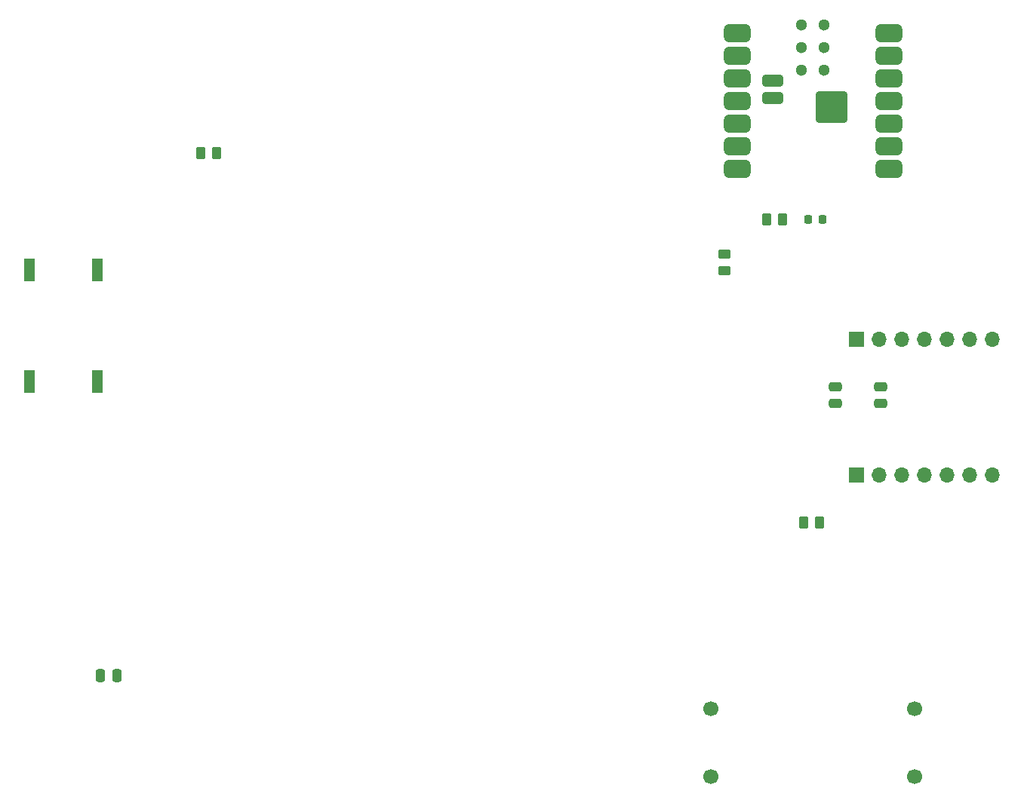
<source format=gbr>
%TF.GenerationSoftware,KiCad,Pcbnew,8.0.8*%
%TF.CreationDate,2025-02-26T13:49:19-08:00*%
%TF.ProjectId,pLUFsPCB,704c5546-7350-4434-922e-6b696361645f,1*%
%TF.SameCoordinates,Original*%
%TF.FileFunction,Soldermask,Top*%
%TF.FilePolarity,Negative*%
%FSLAX46Y46*%
G04 Gerber Fmt 4.6, Leading zero omitted, Abs format (unit mm)*
G04 Created by KiCad (PCBNEW 8.0.8) date 2025-02-26 13:49:19*
%MOMM*%
%LPD*%
G01*
G04 APERTURE LIST*
G04 Aperture macros list*
%AMRoundRect*
0 Rectangle with rounded corners*
0 $1 Rounding radius*
0 $2 $3 $4 $5 $6 $7 $8 $9 X,Y pos of 4 corners*
0 Add a 4 corners polygon primitive as box body*
4,1,4,$2,$3,$4,$5,$6,$7,$8,$9,$2,$3,0*
0 Add four circle primitives for the rounded corners*
1,1,$1+$1,$2,$3*
1,1,$1+$1,$4,$5*
1,1,$1+$1,$6,$7*
1,1,$1+$1,$8,$9*
0 Add four rect primitives between the rounded corners*
20,1,$1+$1,$2,$3,$4,$5,0*
20,1,$1+$1,$4,$5,$6,$7,0*
20,1,$1+$1,$6,$7,$8,$9,0*
20,1,$1+$1,$8,$9,$2,$3,0*%
G04 Aperture macros list end*
%ADD10RoundRect,0.250000X0.450000X-0.262500X0.450000X0.262500X-0.450000X0.262500X-0.450000X-0.262500X0*%
%ADD11R,1.200000X2.500000*%
%ADD12RoundRect,0.250000X-0.475000X0.250000X-0.475000X-0.250000X0.475000X-0.250000X0.475000X0.250000X0*%
%ADD13RoundRect,0.250000X-0.262500X-0.450000X0.262500X-0.450000X0.262500X0.450000X-0.262500X0.450000X0*%
%ADD14C,1.700000*%
%ADD15RoundRect,0.218750X-0.218750X-0.256250X0.218750X-0.256250X0.218750X0.256250X-0.218750X0.256250X0*%
%ADD16RoundRect,0.500000X-1.000000X-0.500000X1.000000X-0.500000X1.000000X0.500000X-1.000000X0.500000X0*%
%ADD17RoundRect,0.250000X-1.500000X-1.500000X1.500000X-1.500000X1.500000X1.500000X-1.500000X1.500000X0*%
%ADD18RoundRect,0.250000X-0.900000X-0.400000X0.900000X-0.400000X0.900000X0.400000X-0.900000X0.400000X0*%
%ADD19C,1.300000*%
%ADD20RoundRect,0.250000X-0.250000X-0.475000X0.250000X-0.475000X0.250000X0.475000X-0.250000X0.475000X0*%
%ADD21RoundRect,0.250000X0.262500X0.450000X-0.262500X0.450000X-0.262500X-0.450000X0.262500X-0.450000X0*%
%ADD22R,1.700000X1.700000*%
%ADD23O,1.700000X1.700000*%
G04 APERTURE END LIST*
D10*
%TO.C,R3*%
X102616000Y-75287500D03*
X102616000Y-77112500D03*
%TD*%
D11*
%TO.C,SW1*%
X24638000Y-77062000D03*
X24638000Y-89562000D03*
X32258000Y-77062000D03*
X32258000Y-89562000D03*
%TD*%
D12*
%TO.C,C2*%
X115062000Y-90170000D03*
X115062000Y-92070000D03*
%TD*%
D13*
%TO.C,R4*%
X111459000Y-105410000D03*
X113284000Y-105410000D03*
%TD*%
D14*
%TO.C,M1*%
X101045000Y-126290000D03*
X101045000Y-133910000D03*
X123905000Y-133910000D03*
X123905000Y-126290000D03*
%TD*%
D15*
%TO.C,D1*%
X113563500Y-71374000D03*
X111988500Y-71374000D03*
%TD*%
D12*
%TO.C,C3*%
X120142000Y-90170000D03*
X120142000Y-92070000D03*
%TD*%
D13*
%TO.C,R1*%
X43791500Y-63908000D03*
X45616500Y-63908000D03*
%TD*%
D16*
%TO.C,U1*%
X104025000Y-50505000D03*
X104025000Y-53045000D03*
X104025000Y-55585000D03*
X104025000Y-58125000D03*
X104025000Y-60665000D03*
X104025000Y-63205000D03*
X104025000Y-65745000D03*
X121025000Y-65745000D03*
X121025000Y-63205000D03*
X121025000Y-60665000D03*
X121025000Y-58125000D03*
X121025000Y-55585000D03*
X121025000Y-53045000D03*
X121025000Y-50505000D03*
D17*
X114625000Y-58725000D03*
D18*
X108025000Y-57725000D03*
X108025000Y-55825000D03*
D19*
X111255000Y-49505000D03*
X111255000Y-52085000D03*
X111255000Y-54625000D03*
X113795000Y-54625000D03*
X113795000Y-52085000D03*
X113795000Y-49505000D03*
%TD*%
D20*
%TO.C,C1*%
X32526000Y-122584000D03*
X34426000Y-122584000D03*
%TD*%
D21*
%TO.C,R2*%
X107291500Y-71374000D03*
X109116500Y-71374000D03*
%TD*%
D22*
%TO.C,J1*%
X117370000Y-100086000D03*
D23*
X119910000Y-100086000D03*
X122450000Y-100086000D03*
X124990000Y-100086000D03*
X127530000Y-100086000D03*
X130070000Y-100086000D03*
X132610000Y-100086000D03*
%TD*%
D22*
%TO.C,J2*%
X117370000Y-84836000D03*
D23*
X119910000Y-84836000D03*
X122450000Y-84836000D03*
X124990000Y-84836000D03*
X127530000Y-84836000D03*
X130070000Y-84836000D03*
X132610000Y-84836000D03*
%TD*%
M02*

</source>
